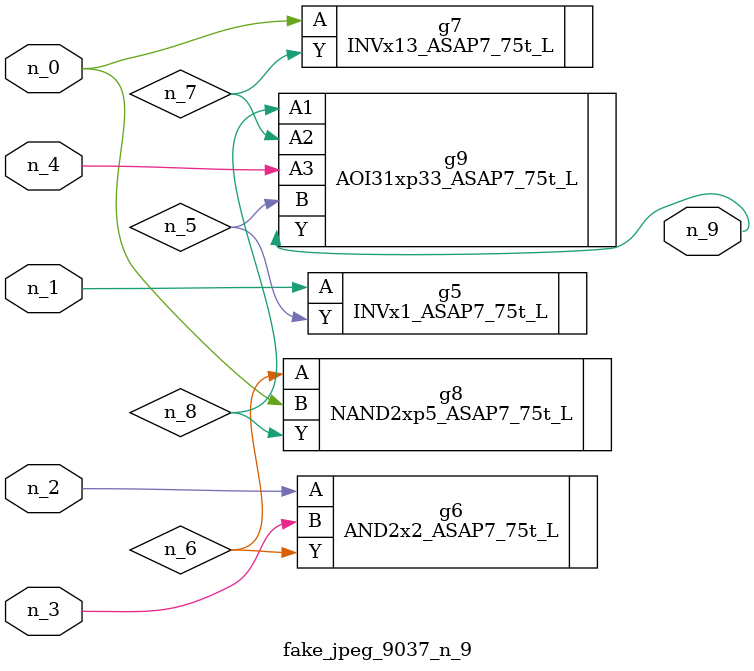
<source format=v>
module fake_jpeg_9037_n_9 (n_3, n_2, n_1, n_0, n_4, n_9);

input n_3;
input n_2;
input n_1;
input n_0;
input n_4;

output n_9;

wire n_8;
wire n_6;
wire n_5;
wire n_7;

INVx1_ASAP7_75t_L g5 ( 
.A(n_1),
.Y(n_5)
);

AND2x2_ASAP7_75t_L g6 ( 
.A(n_2),
.B(n_3),
.Y(n_6)
);

INVx13_ASAP7_75t_L g7 ( 
.A(n_0),
.Y(n_7)
);

NAND2xp5_ASAP7_75t_L g8 ( 
.A(n_6),
.B(n_0),
.Y(n_8)
);

AOI31xp33_ASAP7_75t_L g9 ( 
.A1(n_8),
.A2(n_7),
.A3(n_4),
.B(n_5),
.Y(n_9)
);


endmodule
</source>
